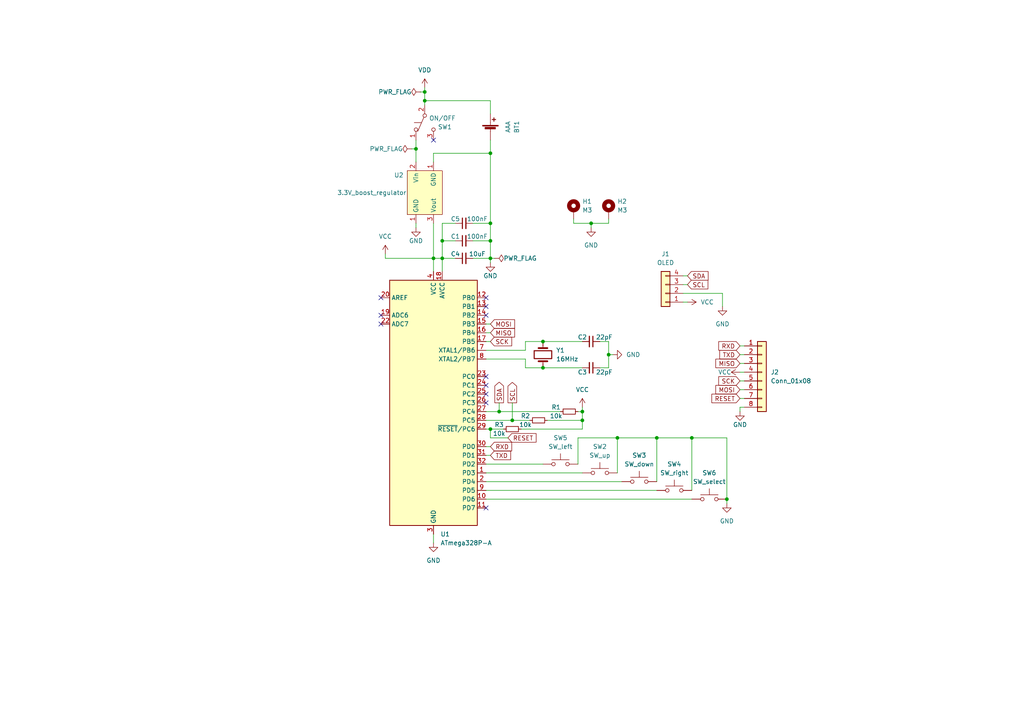
<source format=kicad_sch>
(kicad_sch (version 20211123) (generator eeschema)
  (paper "A4")
  (lib_symbols
    (symbol "Connector_Generic:Conn_01x04" (pin_names (offset 1.016) hide)
      (property "Reference" "J" (at 0 5.08 0))
      (property "Value" "Conn_01x04" (at 0 -7.62 0))
      (symbol "Conn_01x04_1_1"
        (rectangle (start -1.27 -4.953) (end 0 -5.207) (stroke (width 0.1524)))
        (rectangle (start -1.27 -2.413) (end 0 -2.667) (stroke (width 0.1524)))
        (rectangle (start -1.27 0.127) (end 0 -0.127) (stroke (width 0.1524)))
        (rectangle (start -1.27 2.667) (end 0 2.413) (stroke (width 0.1524)))
        (rectangle (start -1.27 3.81) (end 1.27 -6.35) (stroke (width 0.254)) (fill (type background)))
        (pin passive line (at -5.08 2.54 0) (length 3.81) (name "Pin_1") (number "1"))
        (pin passive line (at -5.08 0 0) (length 3.81) (name "Pin_2") (number "2"))
        (pin passive line (at -5.08 -2.54 0) (length 3.81) (name "Pin_3") (number "3"))
        (pin passive line (at -5.08 -5.08 0) (length 3.81) (name "Pin_4") (number "4"))
      )
    )
    (symbol "Connector_Generic:Conn_01x08" (pin_names (offset 1.016) hide)
      (property "Reference" "J" (at 0 10.16 0))
      (property "Value" "Conn_01x08" (at 0 -12.7 0))
      (symbol "Conn_01x08_1_1"
        (rectangle (start -1.27 -10.033) (end 0 -10.287) (stroke (width 0.1524)))
        (rectangle (start -1.27 -7.493) (end 0 -7.747) (stroke (width 0.1524)))
        (rectangle (start -1.27 -4.953) (end 0 -5.207) (stroke (width 0.1524)))
        (rectangle (start -1.27 -2.413) (end 0 -2.667) (stroke (width 0.1524)))
        (rectangle (start -1.27 0.127) (end 0 -0.127) (stroke (width 0.1524)))
        (rectangle (start -1.27 2.667) (end 0 2.413) (stroke (width 0.1524)))
        (rectangle (start -1.27 5.207) (end 0 4.953) (stroke (width 0.1524)))
        (rectangle (start -1.27 7.747) (end 0 7.493) (stroke (width 0.1524)))
        (rectangle (start -1.27 8.89) (end 1.27 -11.43) (stroke (width 0.254)) (fill (type background)))
        (pin passive line (at -5.08 7.62 0) (length 3.81) (name "Pin_1") (number "1"))
        (pin passive line (at -5.08 5.08 0) (length 3.81) (name "Pin_2") (number "2"))
        (pin passive line (at -5.08 2.54 0) (length 3.81) (name "Pin_3") (number "3"))
        (pin passive line (at -5.08 0 0) (length 3.81) (name "Pin_4") (number "4"))
        (pin passive line (at -5.08 -2.54 0) (length 3.81) (name "Pin_5") (number "5"))
        (pin passive line (at -5.08 -5.08 0) (length 3.81) (name "Pin_6") (number "6"))
        (pin passive line (at -5.08 -7.62 0) (length 3.81) (name "Pin_7") (number "7"))
        (pin passive line (at -5.08 -10.16 0) (length 3.81) (name "Pin_8") (number "8"))
      )
    )
    (symbol "Device:Battery_Cell" (pin_numbers hide) (pin_names (offset 0) hide)
      (property "Reference" "BT" (at 2.54 2.54 0))
      (property "Value" "Battery_Cell" (at 2.54 0 0))
      (symbol "Battery_Cell_0_1"
        (rectangle (start -2.286 1.778) (end 2.286 1.524) (fill (type outline)))
        (rectangle (start -1.5748 1.1938) (end 1.4732 0.6858) (fill (type outline)))
        (polyline (pts (xy 0 0.762) (xy 0 0)))
        (polyline (pts (xy 0 1.778) (xy 0 2.54)))
        (polyline (pts (xy 0.508 3.429) (xy 1.524 3.429)) (stroke (width 0.254)))
        (polyline (pts (xy 1.016 3.937) (xy 1.016 2.921)) (stroke (width 0.254)))
      )
      (symbol "Battery_Cell_1_1"
        (pin passive line (at 0 5.08 270) (length 2.54) (name "+") (number "1"))
        (pin passive line (at 0 -2.54 90) (length 2.54) (name "-") (number "2"))
      )
    )
    (symbol "Device:C_Small" (pin_numbers hide) (pin_names (offset 0.254) hide)
      (property "Reference" "C" (at 0.254 1.778 0))
      (property "Value" "C_Small" (at 0.254 -2.032 0))
      (symbol "C_Small_0_1"
        (polyline (pts (xy -1.524 -0.508) (xy 1.524 -0.508)) (stroke (width 0.3302)))
        (polyline (pts (xy -1.524 0.508) (xy 1.524 0.508)) (stroke (width 0.3048)))
      )
      (symbol "C_Small_1_1"
        (pin passive line (at 0 2.54 270) (length 2.032) (name "~") (number "1"))
        (pin passive line (at 0 -2.54 90) (length 2.032) (name "~") (number "2"))
      )
    )
    (symbol "Device:Crystal" (pin_numbers hide) (pin_names (offset 1.016) hide)
      (property "Reference" "Y" (at 0 3.81 0))
      (property "Value" "Crystal" (at 0 -3.81 0))
      (symbol "Crystal_0_1"
        (rectangle (start -1.143 2.54) (end 1.143 -2.54) (stroke (width 0.3048)))
        (polyline (pts (xy -2.54 0) (xy -1.905 0)))
        (polyline (pts (xy -1.905 -1.27) (xy -1.905 1.27)) (stroke (width 0.508)))
        (polyline (pts (xy 1.905 -1.27) (xy 1.905 1.27)) (stroke (width 0.508)))
        (polyline (pts (xy 2.54 0) (xy 1.905 0)))
      )
      (symbol "Crystal_1_1"
        (pin passive line (at -3.81 0 0) (length 1.27) (name "1") (number "1"))
        (pin passive line (at 3.81 0 180) (length 1.27) (name "2") (number "2"))
      )
    )
    (symbol "Device:R_Small" (pin_numbers hide) (pin_names (offset 0.254) hide)
      (property "Reference" "R" (at 0.762 0.508 0))
      (property "Value" "R_Small" (at 0.762 -1.016 0))
      (symbol "R_Small_0_1"
        (rectangle (start -0.762 1.778) (end 0.762 -1.778) (stroke (width 0.2032)))
      )
      (symbol "R_Small_1_1"
        (pin passive line (at 0 2.54 270) (length 0.762) (name "~") (number "1"))
        (pin passive line (at 0 -2.54 90) (length 0.762) (name "~") (number "2"))
      )
    )
    (symbol "GameBox:3.3V_boost_regulator"
      (property "Reference" "U" (at -5.08 10.16 0))
      (property "Value" "3.3V_boost_regulator" (at 0 7.62 0))
      (symbol "3.3V_boost_regulator_0_1"
        (rectangle (start -6.35 5.08) (end 6.35 -5.08) (fill (type background)))
      )
      (symbol "3.3V_boost_regulator_1_1"
        (pin power_in line (at -8.89 2.54 0) (length 2.54) (name "GND") (number "1"))
        (pin power_in line (at 8.89 -2.54 180) (length 2.54) (name "GND") (number "1"))
        (pin power_in line (at -8.89 -2.54 0) (length 2.54) (name "Vin") (number "2"))
        (pin power_out line (at 8.89 2.54 180) (length 2.54) (name "Vout") (number "3"))
      )
    )
    (symbol "MCU_Microchip_ATmega:ATmega328P-A"
      (property "Reference" "U" (at -12.7 36.83 0))
      (property "Value" "ATmega328P-A" (at 2.54 -36.83 0))
      (symbol "ATmega328P-A_0_1"
        (rectangle (start -12.7 -35.56) (end 12.7 35.56) (stroke (width 0.254)) (fill (type background)))
      )
      (symbol "ATmega328P-A_1_1"
        (pin bidirectional line (at 15.24 -20.32 180) (length 2.54) (name "PD3") (number "1"))
        (pin bidirectional line (at 15.24 -27.94 180) (length 2.54) (name "PD6") (number "10"))
        (pin bidirectional line (at 15.24 -30.48 180) (length 2.54) (name "PD7") (number "11"))
        (pin bidirectional line (at 15.24 30.48 180) (length 2.54) (name "PB0") (number "12"))
        (pin bidirectional line (at 15.24 27.94 180) (length 2.54) (name "PB1") (number "13"))
        (pin bidirectional line (at 15.24 25.4 180) (length 2.54) (name "PB2") (number "14"))
        (pin bidirectional line (at 15.24 22.86 180) (length 2.54) (name "PB3") (number "15"))
        (pin bidirectional line (at 15.24 20.32 180) (length 2.54) (name "PB4") (number "16"))
        (pin bidirectional line (at 15.24 17.78 180) (length 2.54) (name "PB5") (number "17"))
        (pin power_in line (at 2.54 38.1 270) (length 2.54) (name "AVCC") (number "18"))
        (pin input line (at -15.24 25.4 0) (length 2.54) (name "ADC6") (number "19"))
        (pin bidirectional line (at 15.24 -22.86 180) (length 2.54) (name "PD4") (number "2"))
        (pin passive line (at -15.24 30.48 0) (length 2.54) (name "AREF") (number "20"))
        (pin passive line (at 0 -38.1 90) (length 2.54) hide (name "GND") (number "21"))
        (pin input line (at -15.24 22.86 0) (length 2.54) (name "ADC7") (number "22"))
        (pin bidirectional line (at 15.24 7.62 180) (length 2.54) (name "PC0") (number "23"))
        (pin bidirectional line (at 15.24 5.08 180) (length 2.54) (name "PC1") (number "24"))
        (pin bidirectional line (at 15.24 2.54 180) (length 2.54) (name "PC2") (number "25"))
        (pin bidirectional line (at 15.24 0 180) (length 2.54) (name "PC3") (number "26"))
        (pin bidirectional line (at 15.24 -2.54 180) (length 2.54) (name "PC4") (number "27"))
        (pin bidirectional line (at 15.24 -5.08 180) (length 2.54) (name "PC5") (number "28"))
        (pin bidirectional line (at 15.24 -7.62 180) (length 2.54) (name "~{RESET}/PC6") (number "29"))
        (pin power_in line (at 0 -38.1 90) (length 2.54) (name "GND") (number "3"))
        (pin bidirectional line (at 15.24 -12.7 180) (length 2.54) (name "PD0") (number "30"))
        (pin bidirectional line (at 15.24 -15.24 180) (length 2.54) (name "PD1") (number "31"))
        (pin bidirectional line (at 15.24 -17.78 180) (length 2.54) (name "PD2") (number "32"))
        (pin power_in line (at 0 38.1 270) (length 2.54) (name "VCC") (number "4"))
        (pin passive line (at 0 -38.1 90) (length 2.54) hide (name "GND") (number "5"))
        (pin passive line (at 0 38.1 270) (length 2.54) hide (name "VCC") (number "6"))
        (pin bidirectional line (at 15.24 15.24 180) (length 2.54) (name "XTAL1/PB6") (number "7"))
        (pin bidirectional line (at 15.24 12.7 180) (length 2.54) (name "XTAL2/PB7") (number "8"))
        (pin bidirectional line (at 15.24 -25.4 180) (length 2.54) (name "PD5") (number "9"))
      )
    )
    (symbol "Mechanical:MountingHole_Pad" (pin_numbers hide) (pin_names (offset 1.016) hide)
      (property "Reference" "H" (at 0 6.35 0))
      (property "Value" "MountingHole_Pad" (at 0 4.445 0))
      (symbol "MountingHole_Pad_0_1"
        (circle (center 0 1.27) (radius 1.27) (stroke (width 1.27)))
      )
      (symbol "MountingHole_Pad_1_1"
        (pin input line (at 0 -2.54 90) (length 2.54) (name "1") (number "1"))
      )
    )
    (symbol "Switch:SW_Push" (pin_numbers hide) (pin_names (offset 1.016) hide)
      (property "Reference" "SW" (at 1.27 2.54 0))
      (property "Value" "SW_Push" (at 0 -1.524 0))
      (symbol "SW_Push_0_1"
        (circle (center -2.032 0) (radius 0.508))
        (polyline (pts (xy 0 1.27) (xy 0 3.048)))
        (polyline (pts (xy 2.54 1.27) (xy -2.54 1.27)))
        (circle (center 2.032 0) (radius 0.508))
        (pin passive line (at -5.08 0 0) (length 2.54) (name "1") (number "1"))
        (pin passive line (at 5.08 0 180) (length 2.54) (name "2") (number "2"))
      )
    )
    (symbol "Switch:SW_Push_SPDT" (pin_names (offset 0) hide)
      (property "Reference" "SW" (at 0 4.318 0))
      (property "Value" "SW_Push_SPDT" (at 0 -5.08 0))
      (symbol "SW_Push_SPDT_0_0"
        (circle (center -2.032 0) (radius 0.508))
        (polyline (pts (xy 0 1.016) (xy 0 3.048)))
        (circle (center 2.032 -2.54) (radius 0.508))
      )
      (symbol "SW_Push_SPDT_0_1"
        (polyline (pts (xy -1.524 0.254) (xy 2.54 2.032)))
        (circle (center 2.032 2.54) (radius 0.508))
      )
      (symbol "SW_Push_SPDT_1_1"
        (pin passive line (at 5.08 2.54 180) (length 2.54) (name "A") (number "1"))
        (pin passive line (at -5.08 0 0) (length 2.54) (name "B") (number "2"))
        (pin passive line (at 5.08 -2.54 180) (length 2.54) (name "C") (number "3"))
      )
    )
    (symbol "power:GND" (power) (pin_names (offset 0))
      (property "Value" "GND" (at 0 -3.81 0))
      (symbol "GND_0_1"
        (polyline (pts (xy 0 0) (xy 0 -1.27) (xy 1.27 -1.27) (xy 0 -2.54) (xy -1.27 -1.27) (xy 0 -1.27)))
      )
      (symbol "GND_1_1"
        (pin power_in line (at 0 0 270) (length 0) hide (name "GND") (number "1"))
      )
    )
    (symbol "power:PWR_FLAG" (power) (pin_numbers hide) (pin_names (offset 0) hide)
      (property "Value" "PWR_FLAG" (at 0 3.81 0))
      (symbol "PWR_FLAG_0_0"
        (pin power_out line (at 0 0 90) (length 0) (name "pwr") (number "1"))
      )
      (symbol "PWR_FLAG_0_1"
        (polyline (pts (xy 0 0) (xy 0 1.27) (xy -1.016 1.905) (xy 0 2.54) (xy 1.016 1.905) (xy 0 1.27)))
      )
    )
    (symbol "power:VCC" (power) (pin_names (offset 0))
      (property "Value" "VCC" (at 0 3.81 0))
      (symbol "VCC_0_1"
        (polyline (pts (xy -0.762 1.27) (xy 0 2.54)))
        (polyline (pts (xy 0 0) (xy 0 2.54)))
        (polyline (pts (xy 0 2.54) (xy 0.762 1.27)))
      )
      (symbol "VCC_1_1"
        (pin power_in line (at 0 0 90) (length 0) hide (name "VCC") (number "1"))
      )
    )
    (symbol "power:VDD" (power) (pin_names (offset 0))
      (property "Value" "VDD" (at 0 3.81 0))
      (symbol "VDD_0_1"
        (polyline (pts (xy -0.762 1.27) (xy 0 2.54)))
        (polyline (pts (xy 0 0) (xy 0 2.54)))
        (polyline (pts (xy 0 2.54) (xy 0.762 1.27)))
      )
      (symbol "VDD_1_1"
        (pin power_in line (at 0 0 90) (length 0) hide (name "VDD") (number "1"))
      )
    )
  )
  (junction (at 142.24 64.77))
  (junction (at 157.48 106.68))
  (junction (at 142.24 124.46))
  (junction (at 171.45 64.77))
  (junction (at 128.27 74.93))
  (junction (at 148.59 121.92))
  (junction (at 200.66 127))
  (junction (at 144.78 119.38))
  (junction (at 210.82 144.78))
  (junction (at 157.48 99.06))
  (junction (at 120.65 43.18))
  (junction (at 128.27 69.85))
  (junction (at 176.53 102.87))
  (junction (at 168.91 119.38))
  (junction (at 190.5 127))
  (junction (at 125.73 74.93))
  (junction (at 179.07 127))
  (junction (at 142.24 44.45))
  (junction (at 123.19 29.21))
  (junction (at 123.19 26.67))
  (junction (at 142.24 69.85))
  (junction (at 142.24 74.93))
  (junction (at 168.91 121.92))
  (no_connect (at 110.49 93.98))
  (no_connect (at 110.49 91.44))
  (no_connect (at 125.73 40.64))
  (no_connect (at 110.49 86.36))
  (no_connect (at 140.97 147.32))
  (no_connect (at 140.97 109.22))
  (no_connect (at 140.97 86.36))
  (no_connect (at 140.97 91.44))
  (no_connect (at 140.97 88.9))
  (no_connect (at 140.97 111.76))
  (no_connect (at 140.97 116.84))
  (no_connect (at 140.97 114.3))
  (wire (pts (xy 128.27 64.77) (xy 128.27 69.85)))
  (wire (pts (xy 123.19 26.67) (xy 123.19 29.21)))
  (wire (pts (xy 128.27 69.85) (xy 128.27 74.93)))
  (wire (pts (xy 176.53 102.87) (xy 177.8 102.87)))
  (wire (pts (xy 125.73 44.45) (xy 142.24 44.45)))
  (wire (pts (xy 214.63 115.57) (xy 215.9 115.57)))
  (wire (pts (xy 142.24 29.21) (xy 142.24 33.02)))
  (wire (pts (xy 176.53 63.5) (xy 176.53 64.77)))
  (wire (pts (xy 210.82 127) (xy 200.66 127)))
  (wire (pts (xy 120.65 40.64) (xy 120.65 43.18)))
  (wire (pts (xy 152.4 104.14) (xy 152.4 106.68)))
  (wire (pts (xy 151.13 124.46) (xy 168.91 124.46)))
  (wire (pts (xy 140.97 99.06) (xy 142.24 99.06)))
  (wire (pts (xy 200.66 127) (xy 200.66 142.24)))
  (wire (pts (xy 120.65 64.77) (xy 120.65 66.04)))
  (wire (pts (xy 111.76 73.66) (xy 111.76 74.93)))
  (wire (pts (xy 140.97 144.78) (xy 200.66 144.78)))
  (wire (pts (xy 214.63 113.03) (xy 215.9 113.03)))
  (wire (pts (xy 140.97 137.16) (xy 168.91 137.16)))
  (wire (pts (xy 140.97 129.54) (xy 142.24 129.54)))
  (wire (pts (xy 125.73 44.45) (xy 125.73 46.99)))
  (wire (pts (xy 137.16 69.85) (xy 142.24 69.85)))
  (wire (pts (xy 140.97 96.52) (xy 142.24 96.52)))
  (wire (pts (xy 120.65 43.18) (xy 120.65 46.99)))
  (wire (pts (xy 168.91 119.38) (xy 168.91 121.92)))
  (wire (pts (xy 128.27 74.93) (xy 132.08 74.93)))
  (wire (pts (xy 210.82 144.78) (xy 210.82 127)))
  (wire (pts (xy 128.27 69.85) (xy 132.08 69.85)))
  (wire (pts (xy 125.73 74.93) (xy 125.73 78.74)))
  (wire (pts (xy 148.59 121.92) (xy 153.67 121.92)))
  (wire (pts (xy 125.73 64.77) (xy 125.73 74.93)))
  (wire (pts (xy 148.59 116.84) (xy 148.59 121.92)))
  (wire (pts (xy 137.16 64.77) (xy 142.24 64.77)))
  (wire (pts (xy 111.76 74.93) (xy 125.73 74.93)))
  (wire (pts (xy 142.24 127) (xy 147.32 127)))
  (wire (pts (xy 176.53 102.87) (xy 176.53 99.06)))
  (wire (pts (xy 167.64 127) (xy 179.07 127)))
  (wire (pts (xy 140.97 132.08) (xy 142.24 132.08)))
  (wire (pts (xy 179.07 127) (xy 179.07 137.16)))
  (wire (pts (xy 198.12 80.01) (xy 199.39 80.01)))
  (wire (pts (xy 123.19 29.21) (xy 142.24 29.21)))
  (wire (pts (xy 142.24 124.46) (xy 146.05 124.46)))
  (wire (pts (xy 140.97 93.98) (xy 142.24 93.98)))
  (wire (pts (xy 119.38 43.18) (xy 120.65 43.18)))
  (wire (pts (xy 158.75 121.92) (xy 168.91 121.92)))
  (wire (pts (xy 157.48 106.68) (xy 168.91 106.68)))
  (wire (pts (xy 210.82 144.78) (xy 210.82 146.05)))
  (wire (pts (xy 144.78 119.38) (xy 144.78 116.84)))
  (wire (pts (xy 168.91 118.11) (xy 168.91 119.38)))
  (wire (pts (xy 209.55 85.09) (xy 209.55 88.9)))
  (wire (pts (xy 125.73 74.93) (xy 128.27 74.93)))
  (wire (pts (xy 123.19 29.21) (xy 123.19 30.48)))
  (wire (pts (xy 198.12 87.63) (xy 199.39 87.63)))
  (wire (pts (xy 140.97 139.7) (xy 180.34 139.7)))
  (wire (pts (xy 190.5 127) (xy 200.66 127)))
  (wire (pts (xy 166.37 64.77) (xy 166.37 63.5)))
  (wire (pts (xy 176.53 99.06) (xy 173.99 99.06)))
  (wire (pts (xy 142.24 40.64) (xy 142.24 44.45)))
  (wire (pts (xy 140.97 119.38) (xy 144.78 119.38)))
  (wire (pts (xy 190.5 127) (xy 190.5 139.7)))
  (wire (pts (xy 144.78 119.38) (xy 162.56 119.38)))
  (wire (pts (xy 214.63 105.41) (xy 215.9 105.41)))
  (wire (pts (xy 167.64 134.62) (xy 167.64 127)))
  (wire (pts (xy 214.63 118.11) (xy 215.9 118.11)))
  (wire (pts (xy 140.97 124.46) (xy 142.24 124.46)))
  (wire (pts (xy 140.97 142.24) (xy 190.5 142.24)))
  (wire (pts (xy 152.4 99.06) (xy 157.48 99.06)))
  (wire (pts (xy 140.97 104.14) (xy 152.4 104.14)))
  (wire (pts (xy 176.53 106.68) (xy 176.53 102.87)))
  (wire (pts (xy 142.24 74.93) (xy 143.51 74.93)))
  (wire (pts (xy 171.45 64.77) (xy 166.37 64.77)))
  (wire (pts (xy 152.4 106.68) (xy 157.48 106.68)))
  (wire (pts (xy 176.53 64.77) (xy 171.45 64.77)))
  (wire (pts (xy 125.73 154.94) (xy 125.73 157.48)))
  (wire (pts (xy 168.91 121.92) (xy 168.91 124.46)))
  (wire (pts (xy 214.63 119.38) (xy 214.63 118.11)))
  (wire (pts (xy 128.27 74.93) (xy 128.27 78.74)))
  (wire (pts (xy 142.24 124.46) (xy 142.24 127)))
  (wire (pts (xy 140.97 134.62) (xy 157.48 134.62)))
  (wire (pts (xy 123.19 25.4) (xy 123.19 26.67)))
  (wire (pts (xy 142.24 64.77) (xy 142.24 69.85)))
  (wire (pts (xy 171.45 64.77) (xy 171.45 66.04)))
  (wire (pts (xy 198.12 82.55) (xy 199.39 82.55)))
  (wire (pts (xy 157.48 99.06) (xy 168.91 99.06)))
  (wire (pts (xy 142.24 44.45) (xy 142.24 64.77)))
  (wire (pts (xy 214.63 110.49) (xy 215.9 110.49)))
  (wire (pts (xy 128.27 64.77) (xy 132.08 64.77)))
  (wire (pts (xy 137.16 74.93) (xy 142.24 74.93)))
  (wire (pts (xy 142.24 69.85) (xy 142.24 74.93)))
  (wire (pts (xy 140.97 121.92) (xy 148.59 121.92)))
  (wire (pts (xy 214.63 107.95) (xy 215.9 107.95)))
  (wire (pts (xy 209.55 85.09) (xy 198.12 85.09)))
  (wire (pts (xy 168.91 119.38) (xy 167.64 119.38)))
  (wire (pts (xy 152.4 101.6) (xy 152.4 99.06)))
  (wire (pts (xy 142.24 74.93) (xy 142.24 76.2)))
  (wire (pts (xy 140.97 101.6) (xy 152.4 101.6)))
  (wire (pts (xy 214.63 102.87) (xy 215.9 102.87)))
  (wire (pts (xy 179.07 127) (xy 190.5 127)))
  (wire (pts (xy 214.63 100.33) (xy 215.9 100.33)))
  (wire (pts (xy 121.92 26.67) (xy 123.19 26.67)))
  (wire (pts (xy 173.99 106.68) (xy 176.53 106.68)))
  (global_label "RESET" (shape input) (at 147.32 127 0) (property "Intersheet References" "${INTERSHEET_REFS}" (effects hide)))
  (global_label "RXD" (shape input) (at 214.63 100.33 180) (property "Intersheet References" "${INTERSHEET_REFS}" (effects hide)))
  (global_label "MISO" (shape input) (at 214.63 105.41 180) (property "Intersheet References" "${INTERSHEET_REFS}" (effects hide)))
  (global_label "SCK" (shape input) (at 214.63 110.49 180) (property "Intersheet References" "${INTERSHEET_REFS}" (effects hide)))
  (global_label "SCK" (shape input) (at 142.24 99.06 0) (property "Intersheet References" "${INTERSHEET_REFS}" (effects hide)))
  (global_label "MISO" (shape input) (at 142.24 96.52 0) (property "Intersheet References" "${INTERSHEET_REFS}" (effects hide)))
  (global_label "SDA" (shape output) (at 144.78 116.84 90) (property "Intersheet References" "${INTERSHEET_REFS}" (effects hide)))
  (global_label "TXD" (shape input) (at 214.63 102.87 180) (property "Intersheet References" "${INTERSHEET_REFS}" (effects hide)))
  (global_label "TXD" (shape input) (at 142.24 132.08 0) (property "Intersheet References" "${INTERSHEET_REFS}" (effects hide)))
  (global_label "SCL" (shape input) (at 199.39 82.55 0) (property "Intersheet References" "${INTERSHEET_REFS}" (effects hide)))
  (global_label "RESET" (shape input) (at 214.63 115.57 180) (property "Intersheet References" "${INTERSHEET_REFS}" (effects hide)))
  (global_label "SCL" (shape output) (at 148.59 116.84 90) (property "Intersheet References" "${INTERSHEET_REFS}" (effects hide)))
  (global_label "RXD" (shape input) (at 142.24 129.54 0) (property "Intersheet References" "${INTERSHEET_REFS}" (effects hide)))
  (global_label "MOSI" (shape input) (at 142.24 93.98 0) (property "Intersheet References" "${INTERSHEET_REFS}" (effects hide)))
  (global_label "MOSI" (shape input) (at 214.63 113.03 180) (property "Intersheet References" "${INTERSHEET_REFS}" (effects hide)))
  (global_label "SDA" (shape input) (at 199.39 80.01 0) (property "Intersheet References" "${INTERSHEET_REFS}" (effects hide)))
  (symbol (lib_id "power:VCC") (at 199.39 87.63 270) (unit 1)
    (property "Reference" "#PWR06" (effects hide))
    (property "Value" "VCC" (at 203.2 87.6299 90) (effects (justify left)))
  )
  (symbol (lib_id "power:VCC") (at 111.76 73.66 0) (unit 1)
    (property "Reference" "#PWR04" (effects hide))
    (property "Value" "VCC" (at 111.76 68.58 0))
  )
  (symbol (lib_id "Switch:SW_Push_SPDT") (at 123.19 35.56 90) (mirror x) (unit 1)
    (property "Reference" "SW1" (at 127 36.8301 90) (effects (justify right)))
    (property "Value" "ON/OFF" (at 124.46 34.29 90) (effects (justify right)))
    (property "Footprint" "GameBox:SS12D10" (effects hide))
  )
  (symbol (lib_id "GameBox:3.3V_boost_regulator") (at 123.19 55.88 270) (unit 1)
    (property "Reference" "U2" (at 114.3 50.8 90) (effects (justify left)))
    (property "Value" "3.3V_boost_regulator" (at 97.79 55.88 90) (effects (justify left)))
    (property "Footprint" "GameBox:3.3V_boost_regulator" (effects hide))
  )
  (symbol (lib_id "Switch:SW_Push") (at 185.42 139.7 0) (unit 1)
    (property "Reference" "SW3" (at 185.42 132.08 0))
    (property "Value" "SW_down" (at 185.42 134.62 0))
    (property "Footprint" "Button_Switch_THT:SW_PUSH_6mm_H9.5mm" (effects hide))
  )
  (symbol (lib_id "Device:C_Small") (at 134.62 69.85 90) (unit 1)
    (property "Reference" "C1" (at 132.08 68.58 90))
    (property "Value" "100nF" (at 138.43 68.58 90))
    (property "Footprint" "Capacitor_SMD:C_0805_2012Metric_Pad1.18x1.45mm_HandSolder" (effects hide))
  )
  (symbol (lib_id "Device:R_Small") (at 156.21 121.92 270) (unit 1)
    (property "Reference" "R2" (at 152.4 120.65 90))
    (property "Value" "10k" (at 152.4 123.19 90))
    (property "Footprint" "Resistor_SMD:R_0805_2012Metric_Pad1.20x1.40mm_HandSolder" (effects hide))
  )
  (symbol (lib_id "power:VCC") (at 214.63 107.95 90) (unit 1)
    (property "Reference" "#PWR09" (effects hide))
    (property "Value" "VCC" (at 208.28 107.95 90) (effects (justify right)))
  )
  (symbol (lib_id "Device:C_Small") (at 134.62 64.77 90) (unit 1)
    (property "Reference" "C5" (at 132.08 63.5 90))
    (property "Value" "100nF" (at 138.43 63.5 90))
    (property "Footprint" "Capacitor_SMD:C_0805_2012Metric_Pad1.18x1.45mm_HandSolder" (effects hide))
  )
  (symbol (lib_id "Device:R_Small") (at 148.59 124.46 270) (unit 1)
    (property "Reference" "R3" (at 144.78 123.19 90))
    (property "Value" "10k" (at 144.78 125.73 90))
    (property "Footprint" "Resistor_SMD:R_0805_2012Metric_Pad1.20x1.40mm_HandSolder" (effects hide))
  )
  (symbol (lib_id "MCU_Microchip_ATmega:ATmega328P-A") (at 125.73 116.84 0) (unit 1)
    (property "Reference" "U1" (at 127.7494 154.94 0) (effects (justify left)))
    (property "Value" "ATmega328P-A" (at 127.7494 157.48 0) (effects (justify left)))
    (property "Footprint" "Package_QFP:TQFP-32_7x7mm_P0.8mm" (effects hide))
    (property "Datasheet" "http://ww1.microchip.com/downloads/en/DeviceDoc/ATmega328_P%20AVR%20MCU%20with%20picoPower%20Technology%20Data%20Sheet%2040001984A.pdf" (effects hide))
  )
  (symbol (lib_id "Device:R_Small") (at 165.1 119.38 270) (unit 1)
    (property "Reference" "R1" (at 161.29 118.11 90))
    (property "Value" "10k" (at 161.29 120.65 90))
    (property "Footprint" "Resistor_SMD:R_0805_2012Metric_Pad1.20x1.40mm_HandSolder" (effects hide))
  )
  (symbol (lib_id "power:GND") (at 210.82 146.05 0) (unit 1)
    (property "Reference" "#PWR012" (effects hide))
    (property "Value" "GND" (at 210.82 151.13 0))
  )
  (symbol (lib_id "Switch:SW_Push") (at 195.58 142.24 0) (unit 1)
    (property "Reference" "SW4" (at 195.58 134.62 0))
    (property "Value" "SW_right" (at 195.58 137.16 0))
    (property "Footprint" "Button_Switch_THT:SW_PUSH_6mm_H9.5mm" (effects hide))
  )
  (symbol (lib_id "power:GND") (at 171.45 66.04 0) (unit 1)
    (property "Reference" "#PWR03" (effects hide))
    (property "Value" "GND" (at 171.45 71.12 0))
  )
  (symbol (lib_id "power:GND") (at 125.73 157.48 0) (unit 1)
    (property "Reference" "#PWR013" (effects hide))
    (property "Value" "GND" (at 125.73 162.56 0))
  )
  (symbol (lib_id "power:VCC") (at 168.91 118.11 0) (unit 1)
    (property "Reference" "#PWR010" (effects hide))
    (property "Value" "VCC" (at 168.91 113.03 0))
  )
  (symbol (lib_id "power:PWR_FLAG") (at 143.51 74.93 270) (unit 1)
    (property "Reference" "#FLG02" (effects hide))
    (property "Value" "PWR_FLAG" (at 146.05 74.93 90) (effects (justify left)))
  )
  (symbol (lib_id "Device:C_Small") (at 171.45 99.06 270) (unit 1)
    (property "Reference" "C2" (at 168.91 97.79 90))
    (property "Value" "22pF" (at 175.26 97.79 90))
    (property "Footprint" "Capacitor_SMD:C_0805_2012Metric_Pad1.18x1.45mm_HandSolder" (effects hide))
  )
  (symbol (lib_id "Connector_Generic:Conn_01x08") (at 220.98 107.95 0) (unit 1)
    (property "Reference" "J2" (at 223.52 107.9499 0) (effects (justify left)))
    (property "Value" "Conn_01x08" (at 223.52 110.4899 0) (effects (justify left)))
    (property "Footprint" "Connector_PinHeader_2.54mm:PinHeader_2x04_P2.54mm_Vertical" (effects hide))
  )
  (symbol (lib_id "power:GND") (at 214.63 119.38 0) (unit 1)
    (property "Reference" "#PWR011" (effects hide))
    (property "Value" "GND" (at 214.63 123.19 0))
  )
  (symbol (lib_id "Switch:SW_Push") (at 205.74 144.78 0) (unit 1)
    (property "Reference" "SW6" (at 205.74 137.16 0))
    (property "Value" "SW_select" (at 205.74 139.7 0))
    (property "Footprint" "Button_Switch_THT:SW_PUSH_6mm_H9.5mm" (effects hide))
  )
  (symbol (lib_id "Switch:SW_Push") (at 162.56 134.62 0) (unit 1)
    (property "Reference" "SW5" (at 162.56 127 0))
    (property "Value" "SW_left" (at 162.56 129.54 0))
    (property "Footprint" "Button_Switch_THT:SW_PUSH_6mm_H9.5mm" (effects hide))
  )
  (symbol (lib_id "power:GND") (at 142.24 76.2 0) (unit 1)
    (property "Reference" "#PWR05" (effects hide))
    (property "Value" "GND" (at 142.24 80.01 0))
  )
  (symbol (lib_id "power:PWR_FLAG") (at 121.92 26.67 90) (unit 1)
    (property "Reference" "#FLG01" (effects hide))
    (property "Value" "PWR_FLAG" (at 119.38 26.67 90) (effects (justify left)))
  )
  (symbol (lib_id "Device:Crystal") (at 157.48 102.87 90) (unit 1)
    (property "Reference" "Y1" (at 161.29 101.6 90) (effects (justify right)))
    (property "Value" "16MHz" (at 161.29 104.14 90) (effects (justify right)))
    (property "Footprint" "Crystal:Crystal_HC49-4H_Vertical" (effects hide))
  )
  (symbol (lib_id "power:GND") (at 209.55 88.9 0) (unit 1)
    (property "Reference" "#PWR07" (effects hide))
    (property "Value" "GND" (at 209.55 93.98 0))
  )
  (symbol (lib_id "power:VDD") (at 123.19 25.4 0) (unit 1)
    (property "Reference" "#PWR01" (effects hide))
    (property "Value" "VDD" (at 123.19 20.32 0))
  )
  (symbol (lib_id "Device:C_Small") (at 171.45 106.68 270) (unit 1)
    (property "Reference" "C3" (at 168.91 107.95 90))
    (property "Value" "22pF" (at 175.26 107.95 90))
    (property "Footprint" "Capacitor_SMD:C_0805_2012Metric_Pad1.18x1.45mm_HandSolder" (effects hide))
  )
  (symbol (lib_id "Mechanical:MountingHole_Pad") (at 176.53 60.96 0) (unit 1)
    (property "Reference" "H2" (at 179.07 58.4199 0) (effects (justify left)))
    (property "Value" "M3" (at 179.07 60.9599 0) (effects (justify left)))
    (property "Footprint" "MountingHole:MountingHole_3.2mm_M3_Pad_Via" (effects hide))
  )
  (symbol (lib_id "power:PWR_FLAG") (at 119.38 43.18 90) (unit 1)
    (property "Reference" "#FLG0101" (effects hide))
    (property "Value" "PWR_FLAG" (at 116.84 43.18 90) (effects (justify left)))
  )
  (symbol (lib_id "Device:Battery_Cell") (at 142.24 38.1 0) (unit 1)
    (property "Reference" "BT1" (at 149.86 36.83 90))
    (property "Value" "AAA" (at 147.32 36.83 90))
    (property "Footprint" "GameBox:BK-82_AAA_battery_holder" (effects hide))
  )
  (symbol (lib_id "power:GND") (at 177.8 102.87 90) (unit 1)
    (property "Reference" "#PWR08" (effects hide))
    (property "Value" "GND" (at 181.61 102.8699 90) (effects (justify right)))
  )
  (symbol (lib_id "Mechanical:MountingHole_Pad") (at 166.37 60.96 0) (unit 1)
    (property "Reference" "H1" (at 168.91 58.4199 0) (effects (justify left)))
    (property "Value" "M3" (at 168.91 60.9599 0) (effects (justify left)))
    (property "Footprint" "MountingHole:MountingHole_3.2mm_M3_Pad_Via" (effects hide))
  )
  (symbol (lib_id "Connector_Generic:Conn_01x04") (at 193.04 85.09 180) (unit 1)
    (property "Reference" "J1" (at 193.04 73.66 0))
    (property "Value" "OLED" (at 193.04 76.2 0))
    (property "Footprint" "GameBox:1.3_inch_OLED_IIC" (effects hide))
  )
  (symbol (lib_id "Device:C_Small") (at 134.62 74.93 90) (unit 1)
    (property "Reference" "C4" (at 132.08 73.66 90))
    (property "Value" "10uF" (at 138.43 73.66 90))
    (property "Footprint" "Capacitor_SMD:C_0805_2012Metric_Pad1.18x1.45mm_HandSolder" (effects hide))
  )
  (symbol (lib_id "Switch:SW_Push") (at 173.99 137.16 0) (unit 1)
    (property "Reference" "SW2" (at 173.99 129.54 0))
    (property "Value" "SW_up" (at 173.99 132.08 0))
    (property "Footprint" "Button_Switch_THT:SW_PUSH_6mm_H9.5mm" (effects hide))
  )
  (symbol (lib_id "power:GND") (at 120.65 66.04 0) (unit 1)
    (property "Reference" "#PWR02" (effects hide))
    (property "Value" "GND" (at 120.65 69.85 0))
  )
)
</source>
